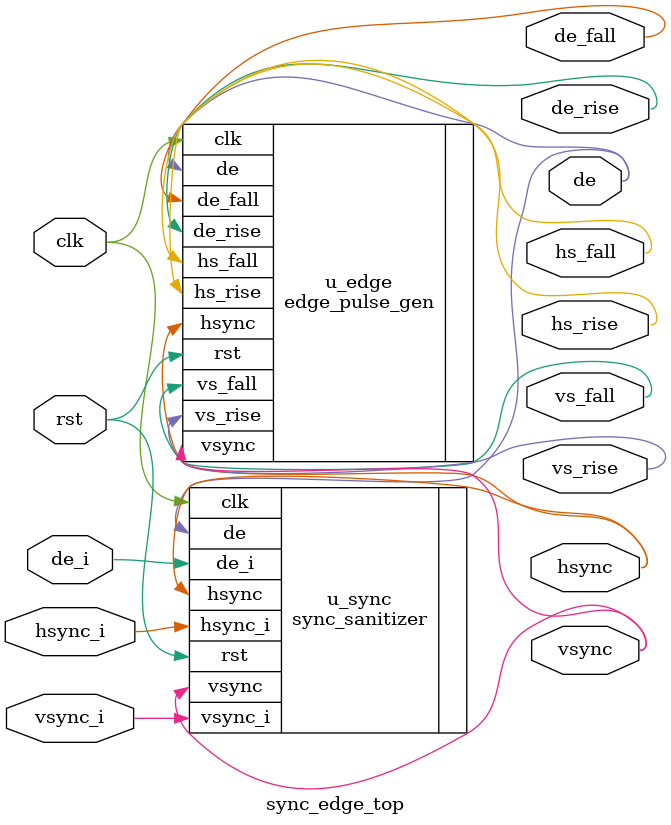
<source format=sv>
`ifndef SYNC_EDGE_TOP_SV
`define SYNC_EDGE_TOP_SV
`include "./src/AMOLED/video_in_timing_if/sync_sanitizer.sv"
`include "./src/AMOLED/video_in_timing_if/edge_pulse_gen.sv"
`timescale 1ns/1ps
`default_nettype none

/*
  sync_edge_top
- Wrap sync_sanitizer + edge_pulse_gen
- Input: async or already-synced vsync_i/hsync_i/de_i
 - Output: cleaned vsync/hsync/de + edge pulses
  
*/
module sync_edge_top #(
  // ---- same params as sync_sanitizer ----
  parameter bit VS_INV = 1'b0,
  parameter bit HS_INV = 1'b0,
  parameter bit DE_INV = 1'b0,

  parameter bit USE_DEGLITCH = 1'b0,
  parameter int unsigned STABLE_CYCLES = 2
)(
  input  logic clk,
  input  logic rst,

  input  logic vsync_i,
  input  logic hsync_i,
  input  logic de_i,

  // cleaned/synced outputs
  output logic vsync,
  output logic hsync,
  output logic de,

  // 1-cycle edge pulses based on cleaned signals
  output logic vs_rise,
  output logic vs_fall,
  output logic hs_rise,
  output logic hs_fall,
  output logic de_rise,
  output logic de_fall
);

  // -----------------------------
  // 1) Sync + (optional) deglitch
  // -----------------------------
  sync_sanitizer #(
    .VS_INV(VS_INV),
    .HS_INV(HS_INV),
    .DE_INV(DE_INV),
    .USE_DEGLITCH(USE_DEGLITCH),
    .STABLE_CYCLES(STABLE_CYCLES)
  ) u_sync (
    .clk    (clk),
    .rst    (rst),
    .vsync_i(vsync_i),
    .hsync_i(hsync_i),
    .de_i   (de_i),
    .vsync  (vsync),
    .hsync  (hsync),
    .de     (de)
  );

  // -----------------------------
  // 2) Edge pulse generation
  // -----------------------------
  edge_pulse_gen u_edge (
    .clk    (clk),
    .rst    (rst),
    .vsync  (vsync),
    .hsync  (hsync),
    .de     (de),
    .vs_rise(vs_rise),
    .vs_fall(vs_fall),
    .hs_rise(hs_rise),
    .hs_fall(hs_fall),
    .de_rise(de_rise),
    .de_fall(de_fall)
  );

endmodule

`default_nettype wire
`endif

</source>
